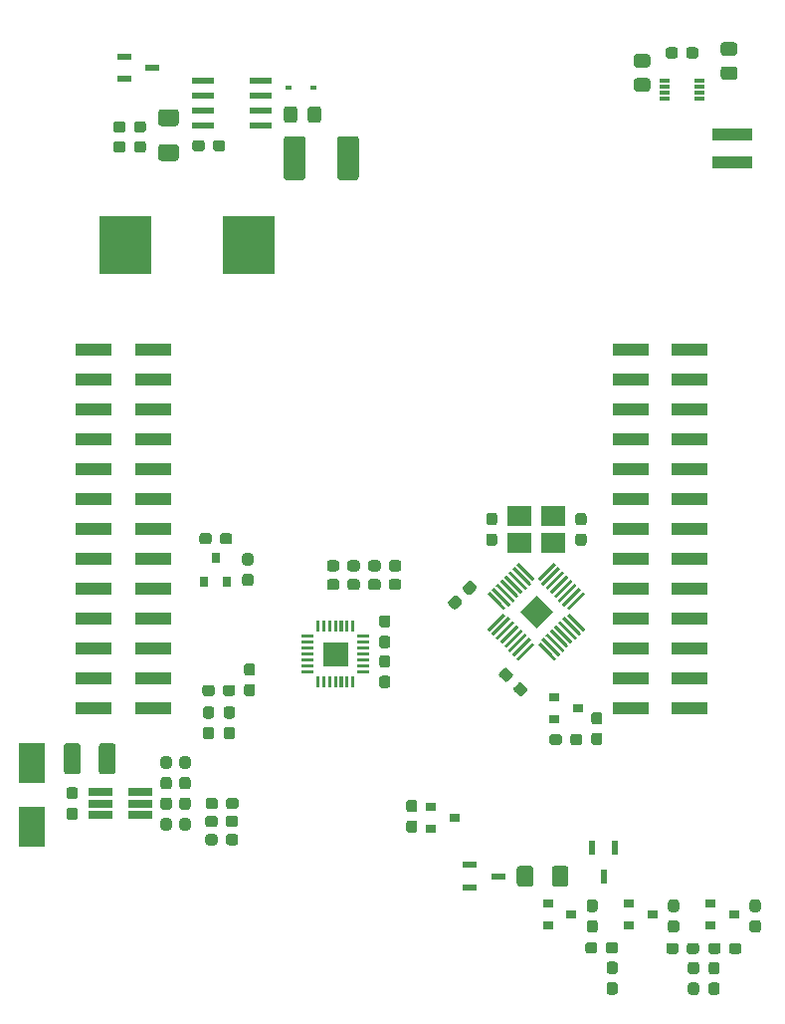
<source format=gbr>
%TF.GenerationSoftware,KiCad,Pcbnew,(5.1.6)-1*%
%TF.CreationDate,2022-04-22T11:55:46+02:00*%
%TF.ProjectId,ZumoComSystem,5a756d6f-436f-46d5-9379-7374656d2e6b,V1.0*%
%TF.SameCoordinates,Original*%
%TF.FileFunction,Paste,Bot*%
%TF.FilePolarity,Positive*%
%FSLAX46Y46*%
G04 Gerber Fmt 4.6, Leading zero omitted, Abs format (unit mm)*
G04 Created by KiCad (PCBNEW (5.1.6)-1) date 2022-04-22 11:55:46*
%MOMM*%
%LPD*%
G01*
G04 APERTURE LIST*
%ADD10C,0.010000*%
%ADD11R,0.812800X0.304800*%
%ADD12R,3.400000X0.980000*%
%ADD13R,1.981200X0.533400*%
%ADD14R,4.500000X5.000000*%
%ADD15R,0.600000X0.450000*%
%ADD16R,2.300000X3.500000*%
%ADD17R,0.900000X0.800000*%
%ADD18R,0.800000X0.900000*%
%ADD19R,2.000000X0.650000*%
%ADD20R,2.100000X1.800000*%
%ADD21R,3.150000X1.000000*%
%ADD22R,1.310000X0.600000*%
%ADD23R,0.600000X1.310000*%
G04 APERTURE END LIST*
D10*
%TO.C,U5*%
G36*
X141200000Y-113600000D02*
G01*
X141200000Y-115600000D01*
X143200000Y-115600000D01*
X143200000Y-113600000D01*
X141200000Y-113600000D01*
G37*
X141200000Y-113600000D02*
X141200000Y-115600000D01*
X143200000Y-115600000D01*
X143200000Y-113600000D01*
X141200000Y-113600000D01*
%TO.C,U3*%
G36*
X160685929Y-111000000D02*
G01*
X159300000Y-109614071D01*
X157914071Y-111000000D01*
X159300000Y-112385929D01*
X160685929Y-111000000D01*
G37*
X160685929Y-111000000D02*
X159300000Y-109614071D01*
X157914071Y-111000000D01*
X159300000Y-112385929D01*
X160685929Y-111000000D01*
%TD*%
D11*
%TO.C,U2*%
X170252200Y-67362000D03*
X170252200Y-66854000D03*
X170252200Y-66346000D03*
X170252200Y-65838000D03*
X173147800Y-65838000D03*
X173147800Y-66346000D03*
X173147800Y-66854000D03*
X173147800Y-67362000D03*
%TD*%
D12*
%TO.C,L1*%
X176000000Y-72785000D03*
X176000000Y-70415000D03*
%TD*%
D13*
%TO.C,U1*%
X135863800Y-69705000D03*
X135863800Y-68435000D03*
X135863800Y-67165000D03*
X135863800Y-65895000D03*
X130936200Y-65895000D03*
X130936200Y-67165000D03*
X130936200Y-68435000D03*
X130936200Y-69705000D03*
%TD*%
%TO.C,R3*%
G36*
G01*
X171350000Y-63262500D02*
X171350000Y-63737500D01*
G75*
G02*
X171112500Y-63975000I-237500J0D01*
G01*
X170537500Y-63975000D01*
G75*
G02*
X170300000Y-63737500I0J237500D01*
G01*
X170300000Y-63262500D01*
G75*
G02*
X170537500Y-63025000I237500J0D01*
G01*
X171112500Y-63025000D01*
G75*
G02*
X171350000Y-63262500I0J-237500D01*
G01*
G37*
G36*
G01*
X173100000Y-63262500D02*
X173100000Y-63737500D01*
G75*
G02*
X172862500Y-63975000I-237500J0D01*
G01*
X172287500Y-63975000D01*
G75*
G02*
X172050000Y-63737500I0J237500D01*
G01*
X172050000Y-63262500D01*
G75*
G02*
X172287500Y-63025000I237500J0D01*
G01*
X172862500Y-63025000D01*
G75*
G02*
X173100000Y-63262500I0J-237500D01*
G01*
G37*
%TD*%
%TO.C,C6*%
G36*
G01*
X176150001Y-63750000D02*
X175249999Y-63750000D01*
G75*
G02*
X175000000Y-63500001I0J249999D01*
G01*
X175000000Y-62849999D01*
G75*
G02*
X175249999Y-62600000I249999J0D01*
G01*
X176150001Y-62600000D01*
G75*
G02*
X176400000Y-62849999I0J-249999D01*
G01*
X176400000Y-63500001D01*
G75*
G02*
X176150001Y-63750000I-249999J0D01*
G01*
G37*
G36*
G01*
X176150001Y-65800000D02*
X175249999Y-65800000D01*
G75*
G02*
X175000000Y-65550001I0J249999D01*
G01*
X175000000Y-64899999D01*
G75*
G02*
X175249999Y-64650000I249999J0D01*
G01*
X176150001Y-64650000D01*
G75*
G02*
X176400000Y-64899999I0J-249999D01*
G01*
X176400000Y-65550001D01*
G75*
G02*
X176150001Y-65800000I-249999J0D01*
G01*
G37*
%TD*%
%TO.C,U5*%
G36*
G01*
X140577800Y-116485000D02*
X140822200Y-116485000D01*
G75*
G02*
X140830000Y-116492800I0J-7800D01*
G01*
X140830000Y-117447200D01*
G75*
G02*
X140822200Y-117455000I-7800J0D01*
G01*
X140577800Y-117455000D01*
G75*
G02*
X140570000Y-117447200I0J7800D01*
G01*
X140570000Y-116492800D01*
G75*
G02*
X140577800Y-116485000I7800J0D01*
G01*
G37*
G36*
G01*
X141077800Y-116485000D02*
X141322200Y-116485000D01*
G75*
G02*
X141330000Y-116492800I0J-7800D01*
G01*
X141330000Y-117447200D01*
G75*
G02*
X141322200Y-117455000I-7800J0D01*
G01*
X141077800Y-117455000D01*
G75*
G02*
X141070000Y-117447200I0J7800D01*
G01*
X141070000Y-116492800D01*
G75*
G02*
X141077800Y-116485000I7800J0D01*
G01*
G37*
G36*
G01*
X141577800Y-116485000D02*
X141822200Y-116485000D01*
G75*
G02*
X141830000Y-116492800I0J-7800D01*
G01*
X141830000Y-117447200D01*
G75*
G02*
X141822200Y-117455000I-7800J0D01*
G01*
X141577800Y-117455000D01*
G75*
G02*
X141570000Y-117447200I0J7800D01*
G01*
X141570000Y-116492800D01*
G75*
G02*
X141577800Y-116485000I7800J0D01*
G01*
G37*
G36*
G01*
X142077800Y-116485000D02*
X142322200Y-116485000D01*
G75*
G02*
X142330000Y-116492800I0J-7800D01*
G01*
X142330000Y-117447200D01*
G75*
G02*
X142322200Y-117455000I-7800J0D01*
G01*
X142077800Y-117455000D01*
G75*
G02*
X142070000Y-117447200I0J7800D01*
G01*
X142070000Y-116492800D01*
G75*
G02*
X142077800Y-116485000I7800J0D01*
G01*
G37*
G36*
G01*
X142577800Y-116485000D02*
X142822200Y-116485000D01*
G75*
G02*
X142830000Y-116492800I0J-7800D01*
G01*
X142830000Y-117447200D01*
G75*
G02*
X142822200Y-117455000I-7800J0D01*
G01*
X142577800Y-117455000D01*
G75*
G02*
X142570000Y-117447200I0J7800D01*
G01*
X142570000Y-116492800D01*
G75*
G02*
X142577800Y-116485000I7800J0D01*
G01*
G37*
G36*
G01*
X143077800Y-116485000D02*
X143322200Y-116485000D01*
G75*
G02*
X143330000Y-116492800I0J-7800D01*
G01*
X143330000Y-117447200D01*
G75*
G02*
X143322200Y-117455000I-7800J0D01*
G01*
X143077800Y-117455000D01*
G75*
G02*
X143070000Y-117447200I0J7800D01*
G01*
X143070000Y-116492800D01*
G75*
G02*
X143077800Y-116485000I7800J0D01*
G01*
G37*
G36*
G01*
X143577800Y-116485000D02*
X143822200Y-116485000D01*
G75*
G02*
X143830000Y-116492800I0J-7800D01*
G01*
X143830000Y-117447200D01*
G75*
G02*
X143822200Y-117455000I-7800J0D01*
G01*
X143577800Y-117455000D01*
G75*
G02*
X143570000Y-117447200I0J7800D01*
G01*
X143570000Y-116492800D01*
G75*
G02*
X143577800Y-116485000I7800J0D01*
G01*
G37*
G36*
G01*
X143577800Y-111745000D02*
X143822200Y-111745000D01*
G75*
G02*
X143830000Y-111752800I0J-7800D01*
G01*
X143830000Y-112707200D01*
G75*
G02*
X143822200Y-112715000I-7800J0D01*
G01*
X143577800Y-112715000D01*
G75*
G02*
X143570000Y-112707200I0J7800D01*
G01*
X143570000Y-111752800D01*
G75*
G02*
X143577800Y-111745000I7800J0D01*
G01*
G37*
G36*
G01*
X143077800Y-111745000D02*
X143322200Y-111745000D01*
G75*
G02*
X143330000Y-111752800I0J-7800D01*
G01*
X143330000Y-112707200D01*
G75*
G02*
X143322200Y-112715000I-7800J0D01*
G01*
X143077800Y-112715000D01*
G75*
G02*
X143070000Y-112707200I0J7800D01*
G01*
X143070000Y-111752800D01*
G75*
G02*
X143077800Y-111745000I7800J0D01*
G01*
G37*
G36*
G01*
X142577800Y-111745000D02*
X142822200Y-111745000D01*
G75*
G02*
X142830000Y-111752800I0J-7800D01*
G01*
X142830000Y-112707200D01*
G75*
G02*
X142822200Y-112715000I-7800J0D01*
G01*
X142577800Y-112715000D01*
G75*
G02*
X142570000Y-112707200I0J7800D01*
G01*
X142570000Y-111752800D01*
G75*
G02*
X142577800Y-111745000I7800J0D01*
G01*
G37*
G36*
G01*
X142077800Y-111745000D02*
X142322200Y-111745000D01*
G75*
G02*
X142330000Y-111752800I0J-7800D01*
G01*
X142330000Y-112707200D01*
G75*
G02*
X142322200Y-112715000I-7800J0D01*
G01*
X142077800Y-112715000D01*
G75*
G02*
X142070000Y-112707200I0J7800D01*
G01*
X142070000Y-111752800D01*
G75*
G02*
X142077800Y-111745000I7800J0D01*
G01*
G37*
G36*
G01*
X141577800Y-111745000D02*
X141822200Y-111745000D01*
G75*
G02*
X141830000Y-111752800I0J-7800D01*
G01*
X141830000Y-112707200D01*
G75*
G02*
X141822200Y-112715000I-7800J0D01*
G01*
X141577800Y-112715000D01*
G75*
G02*
X141570000Y-112707200I0J7800D01*
G01*
X141570000Y-111752800D01*
G75*
G02*
X141577800Y-111745000I7800J0D01*
G01*
G37*
G36*
G01*
X141077800Y-111745000D02*
X141322200Y-111745000D01*
G75*
G02*
X141330000Y-111752800I0J-7800D01*
G01*
X141330000Y-112707200D01*
G75*
G02*
X141322200Y-112715000I-7800J0D01*
G01*
X141077800Y-112715000D01*
G75*
G02*
X141070000Y-112707200I0J7800D01*
G01*
X141070000Y-111752800D01*
G75*
G02*
X141077800Y-111745000I7800J0D01*
G01*
G37*
G36*
G01*
X140577800Y-111745000D02*
X140822200Y-111745000D01*
G75*
G02*
X140830000Y-111752800I0J-7800D01*
G01*
X140830000Y-112707200D01*
G75*
G02*
X140822200Y-112715000I-7800J0D01*
G01*
X140577800Y-112715000D01*
G75*
G02*
X140570000Y-112707200I0J7800D01*
G01*
X140570000Y-111752800D01*
G75*
G02*
X140577800Y-111745000I7800J0D01*
G01*
G37*
G36*
G01*
X140315000Y-112977800D02*
X140315000Y-113222200D01*
G75*
G02*
X140307200Y-113230000I-7800J0D01*
G01*
X139352800Y-113230000D01*
G75*
G02*
X139345000Y-113222200I0J7800D01*
G01*
X139345000Y-112977800D01*
G75*
G02*
X139352800Y-112970000I7800J0D01*
G01*
X140307200Y-112970000D01*
G75*
G02*
X140315000Y-112977800I0J-7800D01*
G01*
G37*
G36*
G01*
X140315000Y-113477800D02*
X140315000Y-113722200D01*
G75*
G02*
X140307200Y-113730000I-7800J0D01*
G01*
X139352800Y-113730000D01*
G75*
G02*
X139345000Y-113722200I0J7800D01*
G01*
X139345000Y-113477800D01*
G75*
G02*
X139352800Y-113470000I7800J0D01*
G01*
X140307200Y-113470000D01*
G75*
G02*
X140315000Y-113477800I0J-7800D01*
G01*
G37*
G36*
G01*
X140315000Y-113977800D02*
X140315000Y-114222200D01*
G75*
G02*
X140307200Y-114230000I-7800J0D01*
G01*
X139352800Y-114230000D01*
G75*
G02*
X139345000Y-114222200I0J7800D01*
G01*
X139345000Y-113977800D01*
G75*
G02*
X139352800Y-113970000I7800J0D01*
G01*
X140307200Y-113970000D01*
G75*
G02*
X140315000Y-113977800I0J-7800D01*
G01*
G37*
G36*
G01*
X140315000Y-114477800D02*
X140315000Y-114722200D01*
G75*
G02*
X140307200Y-114730000I-7800J0D01*
G01*
X139352800Y-114730000D01*
G75*
G02*
X139345000Y-114722200I0J7800D01*
G01*
X139345000Y-114477800D01*
G75*
G02*
X139352800Y-114470000I7800J0D01*
G01*
X140307200Y-114470000D01*
G75*
G02*
X140315000Y-114477800I0J-7800D01*
G01*
G37*
G36*
G01*
X140315000Y-114977800D02*
X140315000Y-115222200D01*
G75*
G02*
X140307200Y-115230000I-7800J0D01*
G01*
X139352800Y-115230000D01*
G75*
G02*
X139345000Y-115222200I0J7800D01*
G01*
X139345000Y-114977800D01*
G75*
G02*
X139352800Y-114970000I7800J0D01*
G01*
X140307200Y-114970000D01*
G75*
G02*
X140315000Y-114977800I0J-7800D01*
G01*
G37*
G36*
G01*
X140315000Y-115477800D02*
X140315000Y-115722200D01*
G75*
G02*
X140307200Y-115730000I-7800J0D01*
G01*
X139352800Y-115730000D01*
G75*
G02*
X139345000Y-115722200I0J7800D01*
G01*
X139345000Y-115477800D01*
G75*
G02*
X139352800Y-115470000I7800J0D01*
G01*
X140307200Y-115470000D01*
G75*
G02*
X140315000Y-115477800I0J-7800D01*
G01*
G37*
G36*
G01*
X140315000Y-115977800D02*
X140315000Y-116222200D01*
G75*
G02*
X140307200Y-116230000I-7800J0D01*
G01*
X139352800Y-116230000D01*
G75*
G02*
X139345000Y-116222200I0J7800D01*
G01*
X139345000Y-115977800D01*
G75*
G02*
X139352800Y-115970000I7800J0D01*
G01*
X140307200Y-115970000D01*
G75*
G02*
X140315000Y-115977800I0J-7800D01*
G01*
G37*
G36*
G01*
X145055000Y-115977800D02*
X145055000Y-116222200D01*
G75*
G02*
X145047200Y-116230000I-7800J0D01*
G01*
X144092800Y-116230000D01*
G75*
G02*
X144085000Y-116222200I0J7800D01*
G01*
X144085000Y-115977800D01*
G75*
G02*
X144092800Y-115970000I7800J0D01*
G01*
X145047200Y-115970000D01*
G75*
G02*
X145055000Y-115977800I0J-7800D01*
G01*
G37*
G36*
G01*
X145055000Y-115477800D02*
X145055000Y-115722200D01*
G75*
G02*
X145047200Y-115730000I-7800J0D01*
G01*
X144092800Y-115730000D01*
G75*
G02*
X144085000Y-115722200I0J7800D01*
G01*
X144085000Y-115477800D01*
G75*
G02*
X144092800Y-115470000I7800J0D01*
G01*
X145047200Y-115470000D01*
G75*
G02*
X145055000Y-115477800I0J-7800D01*
G01*
G37*
G36*
G01*
X145055000Y-114977800D02*
X145055000Y-115222200D01*
G75*
G02*
X145047200Y-115230000I-7800J0D01*
G01*
X144092800Y-115230000D01*
G75*
G02*
X144085000Y-115222200I0J7800D01*
G01*
X144085000Y-114977800D01*
G75*
G02*
X144092800Y-114970000I7800J0D01*
G01*
X145047200Y-114970000D01*
G75*
G02*
X145055000Y-114977800I0J-7800D01*
G01*
G37*
G36*
G01*
X145055000Y-114477800D02*
X145055000Y-114722200D01*
G75*
G02*
X145047200Y-114730000I-7800J0D01*
G01*
X144092800Y-114730000D01*
G75*
G02*
X144085000Y-114722200I0J7800D01*
G01*
X144085000Y-114477800D01*
G75*
G02*
X144092800Y-114470000I7800J0D01*
G01*
X145047200Y-114470000D01*
G75*
G02*
X145055000Y-114477800I0J-7800D01*
G01*
G37*
G36*
G01*
X145055000Y-113977800D02*
X145055000Y-114222200D01*
G75*
G02*
X145047200Y-114230000I-7800J0D01*
G01*
X144092800Y-114230000D01*
G75*
G02*
X144085000Y-114222200I0J7800D01*
G01*
X144085000Y-113977800D01*
G75*
G02*
X144092800Y-113970000I7800J0D01*
G01*
X145047200Y-113970000D01*
G75*
G02*
X145055000Y-113977800I0J-7800D01*
G01*
G37*
G36*
G01*
X145055000Y-113477800D02*
X145055000Y-113722200D01*
G75*
G02*
X145047200Y-113730000I-7800J0D01*
G01*
X144092800Y-113730000D01*
G75*
G02*
X144085000Y-113722200I0J7800D01*
G01*
X144085000Y-113477800D01*
G75*
G02*
X144092800Y-113470000I7800J0D01*
G01*
X145047200Y-113470000D01*
G75*
G02*
X145055000Y-113477800I0J-7800D01*
G01*
G37*
G36*
G01*
X145055000Y-112977800D02*
X145055000Y-113222200D01*
G75*
G02*
X145047200Y-113230000I-7800J0D01*
G01*
X144092800Y-113230000D01*
G75*
G02*
X144085000Y-113222200I0J7800D01*
G01*
X144085000Y-112977800D01*
G75*
G02*
X144092800Y-112970000I7800J0D01*
G01*
X145047200Y-112970000D01*
G75*
G02*
X145055000Y-112977800I0J-7800D01*
G01*
G37*
%TD*%
%TO.C,U3*%
G36*
G01*
X159142244Y-108187907D02*
X158962781Y-108367371D01*
G75*
G02*
X158951325Y-108367371I-5728J5728D01*
G01*
X157619277Y-107035323D01*
G75*
G02*
X157619277Y-107023867I5728J5728D01*
G01*
X157798741Y-106844403D01*
G75*
G02*
X157810197Y-106844403I5728J-5728D01*
G01*
X159142245Y-108176451D01*
G75*
G02*
X159142245Y-108187907I-5728J-5728D01*
G01*
G37*
G36*
G01*
X158859402Y-108612171D02*
X158679938Y-108791635D01*
G75*
G02*
X158668482Y-108791635I-5728J5728D01*
G01*
X157265724Y-107388877D01*
G75*
G02*
X157265724Y-107377421I5728J5728D01*
G01*
X157445188Y-107197957D01*
G75*
G02*
X157456644Y-107197957I5728J-5728D01*
G01*
X158859402Y-108600715D01*
G75*
G02*
X158859402Y-108612171I-5728J-5728D01*
G01*
G37*
G36*
G01*
X158505849Y-108965725D02*
X158326385Y-109145189D01*
G75*
G02*
X158314929Y-109145189I-5728J5728D01*
G01*
X156912171Y-107742431D01*
G75*
G02*
X156912171Y-107730975I5728J5728D01*
G01*
X157091635Y-107551511D01*
G75*
G02*
X157103091Y-107551511I5728J-5728D01*
G01*
X158505849Y-108954269D01*
G75*
G02*
X158505849Y-108965725I-5728J-5728D01*
G01*
G37*
G36*
G01*
X158152295Y-109319278D02*
X157972831Y-109498742D01*
G75*
G02*
X157961375Y-109498742I-5728J5728D01*
G01*
X156558617Y-108095984D01*
G75*
G02*
X156558617Y-108084528I5728J5728D01*
G01*
X156738081Y-107905064D01*
G75*
G02*
X156749537Y-107905064I5728J-5728D01*
G01*
X158152295Y-109307822D01*
G75*
G02*
X158152295Y-109319278I-5728J-5728D01*
G01*
G37*
G36*
G01*
X157798742Y-109672831D02*
X157619278Y-109852295D01*
G75*
G02*
X157607822Y-109852295I-5728J5728D01*
G01*
X156205064Y-108449537D01*
G75*
G02*
X156205064Y-108438081I5728J5728D01*
G01*
X156384528Y-108258617D01*
G75*
G02*
X156395984Y-108258617I5728J-5728D01*
G01*
X157798742Y-109661375D01*
G75*
G02*
X157798742Y-109672831I-5728J-5728D01*
G01*
G37*
G36*
G01*
X157445189Y-110026385D02*
X157265725Y-110205849D01*
G75*
G02*
X157254269Y-110205849I-5728J5728D01*
G01*
X155851511Y-108803091D01*
G75*
G02*
X155851511Y-108791635I5728J5728D01*
G01*
X156030975Y-108612171D01*
G75*
G02*
X156042431Y-108612171I5728J-5728D01*
G01*
X157445189Y-110014929D01*
G75*
G02*
X157445189Y-110026385I-5728J-5728D01*
G01*
G37*
G36*
G01*
X157091635Y-110379938D02*
X156912171Y-110559402D01*
G75*
G02*
X156900715Y-110559402I-5728J5728D01*
G01*
X155497957Y-109156644D01*
G75*
G02*
X155497957Y-109145188I5728J5728D01*
G01*
X155677421Y-108965724D01*
G75*
G02*
X155688877Y-108965724I5728J-5728D01*
G01*
X157091635Y-110368482D01*
G75*
G02*
X157091635Y-110379938I-5728J-5728D01*
G01*
G37*
G36*
G01*
X156667370Y-110662781D02*
X156487907Y-110842245D01*
G75*
G02*
X156476451Y-110842245I-5728J5728D01*
G01*
X155144403Y-109510197D01*
G75*
G02*
X155144403Y-109498741I5728J5728D01*
G01*
X155323867Y-109319277D01*
G75*
G02*
X155335323Y-109319277I5728J-5728D01*
G01*
X156667371Y-110651325D01*
G75*
G02*
X156667371Y-110662781I-5728J-5728D01*
G01*
G37*
G36*
G01*
X160980722Y-114976133D02*
X160801259Y-115155597D01*
G75*
G02*
X160789803Y-115155597I-5728J5728D01*
G01*
X159457755Y-113823549D01*
G75*
G02*
X159457755Y-113812093I5728J5728D01*
G01*
X159637219Y-113632629D01*
G75*
G02*
X159648675Y-113632629I5728J-5728D01*
G01*
X160980723Y-114964677D01*
G75*
G02*
X160980723Y-114976133I-5728J-5728D01*
G01*
G37*
G36*
G01*
X161334276Y-114622579D02*
X161154812Y-114802043D01*
G75*
G02*
X161143356Y-114802043I-5728J5728D01*
G01*
X159740598Y-113399285D01*
G75*
G02*
X159740598Y-113387829I5728J5728D01*
G01*
X159920062Y-113208365D01*
G75*
G02*
X159931518Y-113208365I5728J-5728D01*
G01*
X161334276Y-114611123D01*
G75*
G02*
X161334276Y-114622579I-5728J-5728D01*
G01*
G37*
G36*
G01*
X161687829Y-114269025D02*
X161508365Y-114448489D01*
G75*
G02*
X161496909Y-114448489I-5728J5728D01*
G01*
X160094151Y-113045731D01*
G75*
G02*
X160094151Y-113034275I5728J5728D01*
G01*
X160273615Y-112854811D01*
G75*
G02*
X160285071Y-112854811I5728J-5728D01*
G01*
X161687829Y-114257569D01*
G75*
G02*
X161687829Y-114269025I-5728J-5728D01*
G01*
G37*
G36*
G01*
X162041383Y-113915472D02*
X161861919Y-114094936D01*
G75*
G02*
X161850463Y-114094936I-5728J5728D01*
G01*
X160447705Y-112692178D01*
G75*
G02*
X160447705Y-112680722I5728J5728D01*
G01*
X160627169Y-112501258D01*
G75*
G02*
X160638625Y-112501258I5728J-5728D01*
G01*
X162041383Y-113904016D01*
G75*
G02*
X162041383Y-113915472I-5728J-5728D01*
G01*
G37*
G36*
G01*
X162394936Y-113561919D02*
X162215472Y-113741383D01*
G75*
G02*
X162204016Y-113741383I-5728J5728D01*
G01*
X160801258Y-112338625D01*
G75*
G02*
X160801258Y-112327169I5728J5728D01*
G01*
X160980722Y-112147705D01*
G75*
G02*
X160992178Y-112147705I5728J-5728D01*
G01*
X162394936Y-113550463D01*
G75*
G02*
X162394936Y-113561919I-5728J-5728D01*
G01*
G37*
G36*
G01*
X162748489Y-113208365D02*
X162569025Y-113387829D01*
G75*
G02*
X162557569Y-113387829I-5728J5728D01*
G01*
X161154811Y-111985071D01*
G75*
G02*
X161154811Y-111973615I5728J5728D01*
G01*
X161334275Y-111794151D01*
G75*
G02*
X161345731Y-111794151I5728J-5728D01*
G01*
X162748489Y-113196909D01*
G75*
G02*
X162748489Y-113208365I-5728J-5728D01*
G01*
G37*
G36*
G01*
X163102043Y-112854812D02*
X162922579Y-113034276D01*
G75*
G02*
X162911123Y-113034276I-5728J5728D01*
G01*
X161508365Y-111631518D01*
G75*
G02*
X161508365Y-111620062I5728J5728D01*
G01*
X161687829Y-111440598D01*
G75*
G02*
X161699285Y-111440598I5728J-5728D01*
G01*
X163102043Y-112843356D01*
G75*
G02*
X163102043Y-112854812I-5728J-5728D01*
G01*
G37*
G36*
G01*
X163455596Y-112501259D02*
X163276133Y-112680723D01*
G75*
G02*
X163264677Y-112680723I-5728J5728D01*
G01*
X161932629Y-111348675D01*
G75*
G02*
X161932629Y-111337219I5728J5728D01*
G01*
X162112093Y-111157755D01*
G75*
G02*
X162123549Y-111157755I5728J-5728D01*
G01*
X163455597Y-112489803D01*
G75*
G02*
X163455597Y-112501259I-5728J-5728D01*
G01*
G37*
G36*
G01*
X162112093Y-110842244D02*
X161932629Y-110662781D01*
G75*
G02*
X161932629Y-110651325I5728J5728D01*
G01*
X163264677Y-109319277D01*
G75*
G02*
X163276133Y-109319277I5728J-5728D01*
G01*
X163455597Y-109498741D01*
G75*
G02*
X163455597Y-109510197I-5728J-5728D01*
G01*
X162123549Y-110842245D01*
G75*
G02*
X162112093Y-110842245I-5728J5728D01*
G01*
G37*
G36*
G01*
X161687829Y-110559402D02*
X161508365Y-110379938D01*
G75*
G02*
X161508365Y-110368482I5728J5728D01*
G01*
X162911123Y-108965724D01*
G75*
G02*
X162922579Y-108965724I5728J-5728D01*
G01*
X163102043Y-109145188D01*
G75*
G02*
X163102043Y-109156644I-5728J-5728D01*
G01*
X161699285Y-110559402D01*
G75*
G02*
X161687829Y-110559402I-5728J5728D01*
G01*
G37*
G36*
G01*
X161334275Y-110205849D02*
X161154811Y-110026385D01*
G75*
G02*
X161154811Y-110014929I5728J5728D01*
G01*
X162557569Y-108612171D01*
G75*
G02*
X162569025Y-108612171I5728J-5728D01*
G01*
X162748489Y-108791635D01*
G75*
G02*
X162748489Y-108803091I-5728J-5728D01*
G01*
X161345731Y-110205849D01*
G75*
G02*
X161334275Y-110205849I-5728J5728D01*
G01*
G37*
G36*
G01*
X160980722Y-109852295D02*
X160801258Y-109672831D01*
G75*
G02*
X160801258Y-109661375I5728J5728D01*
G01*
X162204016Y-108258617D01*
G75*
G02*
X162215472Y-108258617I5728J-5728D01*
G01*
X162394936Y-108438081D01*
G75*
G02*
X162394936Y-108449537I-5728J-5728D01*
G01*
X160992178Y-109852295D01*
G75*
G02*
X160980722Y-109852295I-5728J5728D01*
G01*
G37*
G36*
G01*
X160627169Y-109498742D02*
X160447705Y-109319278D01*
G75*
G02*
X160447705Y-109307822I5728J5728D01*
G01*
X161850463Y-107905064D01*
G75*
G02*
X161861919Y-107905064I5728J-5728D01*
G01*
X162041383Y-108084528D01*
G75*
G02*
X162041383Y-108095984I-5728J-5728D01*
G01*
X160638625Y-109498742D01*
G75*
G02*
X160627169Y-109498742I-5728J5728D01*
G01*
G37*
G36*
G01*
X160273615Y-109145189D02*
X160094151Y-108965725D01*
G75*
G02*
X160094151Y-108954269I5728J5728D01*
G01*
X161496909Y-107551511D01*
G75*
G02*
X161508365Y-107551511I5728J-5728D01*
G01*
X161687829Y-107730975D01*
G75*
G02*
X161687829Y-107742431I-5728J-5728D01*
G01*
X160285071Y-109145189D01*
G75*
G02*
X160273615Y-109145189I-5728J5728D01*
G01*
G37*
G36*
G01*
X159920062Y-108791635D02*
X159740598Y-108612171D01*
G75*
G02*
X159740598Y-108600715I5728J5728D01*
G01*
X161143356Y-107197957D01*
G75*
G02*
X161154812Y-107197957I5728J-5728D01*
G01*
X161334276Y-107377421D01*
G75*
G02*
X161334276Y-107388877I-5728J-5728D01*
G01*
X159931518Y-108791635D01*
G75*
G02*
X159920062Y-108791635I-5728J5728D01*
G01*
G37*
G36*
G01*
X159637219Y-108367370D02*
X159457755Y-108187907D01*
G75*
G02*
X159457755Y-108176451I5728J5728D01*
G01*
X160789803Y-106844403D01*
G75*
G02*
X160801259Y-106844403I5728J-5728D01*
G01*
X160980723Y-107023867D01*
G75*
G02*
X160980723Y-107035323I-5728J-5728D01*
G01*
X159648675Y-108367371D01*
G75*
G02*
X159637219Y-108367371I-5728J5728D01*
G01*
G37*
G36*
G01*
X155323867Y-112680722D02*
X155144403Y-112501259D01*
G75*
G02*
X155144403Y-112489803I5728J5728D01*
G01*
X156476451Y-111157755D01*
G75*
G02*
X156487907Y-111157755I5728J-5728D01*
G01*
X156667371Y-111337219D01*
G75*
G02*
X156667371Y-111348675I-5728J-5728D01*
G01*
X155335323Y-112680723D01*
G75*
G02*
X155323867Y-112680723I-5728J5728D01*
G01*
G37*
G36*
G01*
X155677421Y-113034276D02*
X155497957Y-112854812D01*
G75*
G02*
X155497957Y-112843356I5728J5728D01*
G01*
X156900715Y-111440598D01*
G75*
G02*
X156912171Y-111440598I5728J-5728D01*
G01*
X157091635Y-111620062D01*
G75*
G02*
X157091635Y-111631518I-5728J-5728D01*
G01*
X155688877Y-113034276D01*
G75*
G02*
X155677421Y-113034276I-5728J5728D01*
G01*
G37*
G36*
G01*
X156030975Y-113387829D02*
X155851511Y-113208365D01*
G75*
G02*
X155851511Y-113196909I5728J5728D01*
G01*
X157254269Y-111794151D01*
G75*
G02*
X157265725Y-111794151I5728J-5728D01*
G01*
X157445189Y-111973615D01*
G75*
G02*
X157445189Y-111985071I-5728J-5728D01*
G01*
X156042431Y-113387829D01*
G75*
G02*
X156030975Y-113387829I-5728J5728D01*
G01*
G37*
G36*
G01*
X156384528Y-113741383D02*
X156205064Y-113561919D01*
G75*
G02*
X156205064Y-113550463I5728J5728D01*
G01*
X157607822Y-112147705D01*
G75*
G02*
X157619278Y-112147705I5728J-5728D01*
G01*
X157798742Y-112327169D01*
G75*
G02*
X157798742Y-112338625I-5728J-5728D01*
G01*
X156395984Y-113741383D01*
G75*
G02*
X156384528Y-113741383I-5728J5728D01*
G01*
G37*
G36*
G01*
X156738081Y-114094936D02*
X156558617Y-113915472D01*
G75*
G02*
X156558617Y-113904016I5728J5728D01*
G01*
X157961375Y-112501258D01*
G75*
G02*
X157972831Y-112501258I5728J-5728D01*
G01*
X158152295Y-112680722D01*
G75*
G02*
X158152295Y-112692178I-5728J-5728D01*
G01*
X156749537Y-114094936D01*
G75*
G02*
X156738081Y-114094936I-5728J5728D01*
G01*
G37*
G36*
G01*
X157091635Y-114448489D02*
X156912171Y-114269025D01*
G75*
G02*
X156912171Y-114257569I5728J5728D01*
G01*
X158314929Y-112854811D01*
G75*
G02*
X158326385Y-112854811I5728J-5728D01*
G01*
X158505849Y-113034275D01*
G75*
G02*
X158505849Y-113045731I-5728J-5728D01*
G01*
X157103091Y-114448489D01*
G75*
G02*
X157091635Y-114448489I-5728J5728D01*
G01*
G37*
G36*
G01*
X157445188Y-114802043D02*
X157265724Y-114622579D01*
G75*
G02*
X157265724Y-114611123I5728J5728D01*
G01*
X158668482Y-113208365D01*
G75*
G02*
X158679938Y-113208365I5728J-5728D01*
G01*
X158859402Y-113387829D01*
G75*
G02*
X158859402Y-113399285I-5728J-5728D01*
G01*
X157456644Y-114802043D01*
G75*
G02*
X157445188Y-114802043I-5728J5728D01*
G01*
G37*
G36*
G01*
X157798741Y-115155596D02*
X157619277Y-114976133D01*
G75*
G02*
X157619277Y-114964677I5728J5728D01*
G01*
X158951325Y-113632629D01*
G75*
G02*
X158962781Y-113632629I5728J-5728D01*
G01*
X159142245Y-113812093D01*
G75*
G02*
X159142245Y-113823549I-5728J-5728D01*
G01*
X157810197Y-115155597D01*
G75*
G02*
X157798741Y-115155597I-5728J5728D01*
G01*
G37*
%TD*%
D14*
%TO.C,L2*%
X124350000Y-79800000D03*
X134850000Y-79800000D03*
%TD*%
%TO.C,C1*%
G36*
G01*
X127375000Y-71275000D02*
X128625000Y-71275000D01*
G75*
G02*
X128875000Y-71525000I0J-250000D01*
G01*
X128875000Y-72450000D01*
G75*
G02*
X128625000Y-72700000I-250000J0D01*
G01*
X127375000Y-72700000D01*
G75*
G02*
X127125000Y-72450000I0J250000D01*
G01*
X127125000Y-71525000D01*
G75*
G02*
X127375000Y-71275000I250000J0D01*
G01*
G37*
G36*
G01*
X127375000Y-68300000D02*
X128625000Y-68300000D01*
G75*
G02*
X128875000Y-68550000I0J-250000D01*
G01*
X128875000Y-69475000D01*
G75*
G02*
X128625000Y-69725000I-250000J0D01*
G01*
X127375000Y-69725000D01*
G75*
G02*
X127125000Y-69475000I0J250000D01*
G01*
X127125000Y-68550000D01*
G75*
G02*
X127375000Y-68300000I250000J0D01*
G01*
G37*
%TD*%
%TO.C,C2*%
G36*
G01*
X168750001Y-64750000D02*
X167849999Y-64750000D01*
G75*
G02*
X167600000Y-64500001I0J249999D01*
G01*
X167600000Y-63849999D01*
G75*
G02*
X167849999Y-63600000I249999J0D01*
G01*
X168750001Y-63600000D01*
G75*
G02*
X169000000Y-63849999I0J-249999D01*
G01*
X169000000Y-64500001D01*
G75*
G02*
X168750001Y-64750000I-249999J0D01*
G01*
G37*
G36*
G01*
X168750001Y-66800000D02*
X167849999Y-66800000D01*
G75*
G02*
X167600000Y-66550001I0J249999D01*
G01*
X167600000Y-65899999D01*
G75*
G02*
X167849999Y-65650000I249999J0D01*
G01*
X168750001Y-65650000D01*
G75*
G02*
X169000000Y-65899999I0J-249999D01*
G01*
X169000000Y-66550001D01*
G75*
G02*
X168750001Y-66800000I-249999J0D01*
G01*
G37*
%TD*%
%TO.C,C3*%
G36*
G01*
X131775000Y-71637500D02*
X131775000Y-71162500D01*
G75*
G02*
X132012500Y-70925000I237500J0D01*
G01*
X132587500Y-70925000D01*
G75*
G02*
X132825000Y-71162500I0J-237500D01*
G01*
X132825000Y-71637500D01*
G75*
G02*
X132587500Y-71875000I-237500J0D01*
G01*
X132012500Y-71875000D01*
G75*
G02*
X131775000Y-71637500I0J237500D01*
G01*
G37*
G36*
G01*
X130025000Y-71637500D02*
X130025000Y-71162500D01*
G75*
G02*
X130262500Y-70925000I237500J0D01*
G01*
X130837500Y-70925000D01*
G75*
G02*
X131075000Y-71162500I0J-237500D01*
G01*
X131075000Y-71637500D01*
G75*
G02*
X130837500Y-71875000I-237500J0D01*
G01*
X130262500Y-71875000D01*
G75*
G02*
X130025000Y-71637500I0J237500D01*
G01*
G37*
%TD*%
%TO.C,C4*%
G36*
G01*
X139850000Y-69200001D02*
X139850000Y-68299999D01*
G75*
G02*
X140099999Y-68050000I249999J0D01*
G01*
X140750001Y-68050000D01*
G75*
G02*
X141000000Y-68299999I0J-249999D01*
G01*
X141000000Y-69200001D01*
G75*
G02*
X140750001Y-69450000I-249999J0D01*
G01*
X140099999Y-69450000D01*
G75*
G02*
X139850000Y-69200001I0J249999D01*
G01*
G37*
G36*
G01*
X137800000Y-69200001D02*
X137800000Y-68299999D01*
G75*
G02*
X138049999Y-68050000I249999J0D01*
G01*
X138700001Y-68050000D01*
G75*
G02*
X138950000Y-68299999I0J-249999D01*
G01*
X138950000Y-69200001D01*
G75*
G02*
X138700001Y-69450000I-249999J0D01*
G01*
X138049999Y-69450000D01*
G75*
G02*
X137800000Y-69200001I0J249999D01*
G01*
G37*
%TD*%
%TO.C,C9*%
G36*
G01*
X128037500Y-124350000D02*
X127562500Y-124350000D01*
G75*
G02*
X127325000Y-124112500I0J237500D01*
G01*
X127325000Y-123537500D01*
G75*
G02*
X127562500Y-123300000I237500J0D01*
G01*
X128037500Y-123300000D01*
G75*
G02*
X128275000Y-123537500I0J-237500D01*
G01*
X128275000Y-124112500D01*
G75*
G02*
X128037500Y-124350000I-237500J0D01*
G01*
G37*
G36*
G01*
X128037500Y-126100000D02*
X127562500Y-126100000D01*
G75*
G02*
X127325000Y-125862500I0J237500D01*
G01*
X127325000Y-125287500D01*
G75*
G02*
X127562500Y-125050000I237500J0D01*
G01*
X128037500Y-125050000D01*
G75*
G02*
X128275000Y-125287500I0J-237500D01*
G01*
X128275000Y-125862500D01*
G75*
G02*
X128037500Y-126100000I-237500J0D01*
G01*
G37*
%TD*%
%TO.C,C10*%
G36*
G01*
X127562500Y-128550000D02*
X128037500Y-128550000D01*
G75*
G02*
X128275000Y-128787500I0J-237500D01*
G01*
X128275000Y-129362500D01*
G75*
G02*
X128037500Y-129600000I-237500J0D01*
G01*
X127562500Y-129600000D01*
G75*
G02*
X127325000Y-129362500I0J237500D01*
G01*
X127325000Y-128787500D01*
G75*
G02*
X127562500Y-128550000I237500J0D01*
G01*
G37*
G36*
G01*
X127562500Y-126800000D02*
X128037500Y-126800000D01*
G75*
G02*
X128275000Y-127037500I0J-237500D01*
G01*
X128275000Y-127612500D01*
G75*
G02*
X128037500Y-127850000I-237500J0D01*
G01*
X127562500Y-127850000D01*
G75*
G02*
X127325000Y-127612500I0J237500D01*
G01*
X127325000Y-127037500D01*
G75*
G02*
X127562500Y-126800000I237500J0D01*
G01*
G37*
%TD*%
%TO.C,D1*%
G36*
G01*
X142350000Y-74075001D02*
X142350000Y-70824999D01*
G75*
G02*
X142599999Y-70575000I249999J0D01*
G01*
X143950001Y-70575000D01*
G75*
G02*
X144200000Y-70824999I0J-249999D01*
G01*
X144200000Y-74075001D01*
G75*
G02*
X143950001Y-74325000I-249999J0D01*
G01*
X142599999Y-74325000D01*
G75*
G02*
X142350000Y-74075001I0J249999D01*
G01*
G37*
G36*
G01*
X137800000Y-74075001D02*
X137800000Y-70824999D01*
G75*
G02*
X138049999Y-70575000I249999J0D01*
G01*
X139400001Y-70575000D01*
G75*
G02*
X139650000Y-70824999I0J-249999D01*
G01*
X139650000Y-74075001D01*
G75*
G02*
X139400001Y-74325000I-249999J0D01*
G01*
X138049999Y-74325000D01*
G75*
G02*
X137800000Y-74075001I0J249999D01*
G01*
G37*
%TD*%
D15*
%TO.C,D2*%
X138200000Y-66500000D03*
X140300000Y-66500000D03*
%TD*%
D16*
%TO.C,D3*%
X116400000Y-129300000D03*
X116400000Y-123900000D03*
%TD*%
%TO.C,F1*%
G36*
G01*
X122075000Y-124575626D02*
X122075000Y-122424374D01*
G75*
G02*
X122324374Y-122175000I249374J0D01*
G01*
X123250626Y-122175000D01*
G75*
G02*
X123500000Y-122424374I0J-249374D01*
G01*
X123500000Y-124575626D01*
G75*
G02*
X123250626Y-124825000I-249374J0D01*
G01*
X122324374Y-124825000D01*
G75*
G02*
X122075000Y-124575626I0J249374D01*
G01*
G37*
G36*
G01*
X119100000Y-124575626D02*
X119100000Y-122424374D01*
G75*
G02*
X119349374Y-122175000I249374J0D01*
G01*
X120275626Y-122175000D01*
G75*
G02*
X120525000Y-122424374I0J-249374D01*
G01*
X120525000Y-124575626D01*
G75*
G02*
X120275626Y-124825000I-249374J0D01*
G01*
X119349374Y-124825000D01*
G75*
G02*
X119100000Y-124575626I0J249374D01*
G01*
G37*
%TD*%
D17*
%TO.C,Q6*%
X162300000Y-136750000D03*
X160300000Y-135800000D03*
X160300000Y-137700000D03*
%TD*%
%TO.C,Q8*%
X176150000Y-136750000D03*
X174150000Y-135800000D03*
X174150000Y-137700000D03*
%TD*%
%TO.C,Q7*%
X169175000Y-136750000D03*
X167175000Y-135800000D03*
X167175000Y-137700000D03*
%TD*%
D18*
%TO.C,Q9*%
X132000000Y-106425000D03*
X131050000Y-108425000D03*
X132950000Y-108425000D03*
%TD*%
D17*
%TO.C,Q10*%
X162825000Y-119225000D03*
X160825000Y-118275000D03*
X160825000Y-120175000D03*
%TD*%
%TO.C,R7*%
G36*
G01*
X129637500Y-124350000D02*
X129162500Y-124350000D01*
G75*
G02*
X128925000Y-124112500I0J237500D01*
G01*
X128925000Y-123537500D01*
G75*
G02*
X129162500Y-123300000I237500J0D01*
G01*
X129637500Y-123300000D01*
G75*
G02*
X129875000Y-123537500I0J-237500D01*
G01*
X129875000Y-124112500D01*
G75*
G02*
X129637500Y-124350000I-237500J0D01*
G01*
G37*
G36*
G01*
X129637500Y-126100000D02*
X129162500Y-126100000D01*
G75*
G02*
X128925000Y-125862500I0J237500D01*
G01*
X128925000Y-125287500D01*
G75*
G02*
X129162500Y-125050000I237500J0D01*
G01*
X129637500Y-125050000D01*
G75*
G02*
X129875000Y-125287500I0J-237500D01*
G01*
X129875000Y-125862500D01*
G75*
G02*
X129637500Y-126100000I-237500J0D01*
G01*
G37*
%TD*%
%TO.C,R8*%
G36*
G01*
X129637500Y-127850000D02*
X129162500Y-127850000D01*
G75*
G02*
X128925000Y-127612500I0J237500D01*
G01*
X128925000Y-127037500D01*
G75*
G02*
X129162500Y-126800000I237500J0D01*
G01*
X129637500Y-126800000D01*
G75*
G02*
X129875000Y-127037500I0J-237500D01*
G01*
X129875000Y-127612500D01*
G75*
G02*
X129637500Y-127850000I-237500J0D01*
G01*
G37*
G36*
G01*
X129637500Y-129600000D02*
X129162500Y-129600000D01*
G75*
G02*
X128925000Y-129362500I0J237500D01*
G01*
X128925000Y-128787500D01*
G75*
G02*
X129162500Y-128550000I237500J0D01*
G01*
X129637500Y-128550000D01*
G75*
G02*
X129875000Y-128787500I0J-237500D01*
G01*
X129875000Y-129362500D01*
G75*
G02*
X129637500Y-129600000I-237500J0D01*
G01*
G37*
%TD*%
%TO.C,R10*%
G36*
G01*
X119562500Y-127650000D02*
X120037500Y-127650000D01*
G75*
G02*
X120275000Y-127887500I0J-237500D01*
G01*
X120275000Y-128462500D01*
G75*
G02*
X120037500Y-128700000I-237500J0D01*
G01*
X119562500Y-128700000D01*
G75*
G02*
X119325000Y-128462500I0J237500D01*
G01*
X119325000Y-127887500D01*
G75*
G02*
X119562500Y-127650000I237500J0D01*
G01*
G37*
G36*
G01*
X119562500Y-125900000D02*
X120037500Y-125900000D01*
G75*
G02*
X120275000Y-126137500I0J-237500D01*
G01*
X120275000Y-126712500D01*
G75*
G02*
X120037500Y-126950000I-237500J0D01*
G01*
X119562500Y-126950000D01*
G75*
G02*
X119325000Y-126712500I0J237500D01*
G01*
X119325000Y-126137500D01*
G75*
G02*
X119562500Y-125900000I237500J0D01*
G01*
G37*
%TD*%
%TO.C,R16*%
G36*
G01*
X132625000Y-117937500D02*
X132625000Y-117462500D01*
G75*
G02*
X132862500Y-117225000I237500J0D01*
G01*
X133437500Y-117225000D01*
G75*
G02*
X133675000Y-117462500I0J-237500D01*
G01*
X133675000Y-117937500D01*
G75*
G02*
X133437500Y-118175000I-237500J0D01*
G01*
X132862500Y-118175000D01*
G75*
G02*
X132625000Y-117937500I0J237500D01*
G01*
G37*
G36*
G01*
X130875000Y-117937500D02*
X130875000Y-117462500D01*
G75*
G02*
X131112500Y-117225000I237500J0D01*
G01*
X131687500Y-117225000D01*
G75*
G02*
X131925000Y-117462500I0J-237500D01*
G01*
X131925000Y-117937500D01*
G75*
G02*
X131687500Y-118175000I-237500J0D01*
G01*
X131112500Y-118175000D01*
G75*
G02*
X130875000Y-117937500I0J237500D01*
G01*
G37*
%TD*%
%TO.C,R18*%
G36*
G01*
X131637500Y-120100000D02*
X131162500Y-120100000D01*
G75*
G02*
X130925000Y-119862500I0J237500D01*
G01*
X130925000Y-119287500D01*
G75*
G02*
X131162500Y-119050000I237500J0D01*
G01*
X131637500Y-119050000D01*
G75*
G02*
X131875000Y-119287500I0J-237500D01*
G01*
X131875000Y-119862500D01*
G75*
G02*
X131637500Y-120100000I-237500J0D01*
G01*
G37*
G36*
G01*
X131637500Y-121850000D02*
X131162500Y-121850000D01*
G75*
G02*
X130925000Y-121612500I0J237500D01*
G01*
X130925000Y-121037500D01*
G75*
G02*
X131162500Y-120800000I237500J0D01*
G01*
X131637500Y-120800000D01*
G75*
G02*
X131875000Y-121037500I0J-237500D01*
G01*
X131875000Y-121612500D01*
G75*
G02*
X131637500Y-121850000I-237500J0D01*
G01*
G37*
%TD*%
%TO.C,R19*%
G36*
G01*
X132937500Y-120800000D02*
X133412500Y-120800000D01*
G75*
G02*
X133650000Y-121037500I0J-237500D01*
G01*
X133650000Y-121612500D01*
G75*
G02*
X133412500Y-121850000I-237500J0D01*
G01*
X132937500Y-121850000D01*
G75*
G02*
X132700000Y-121612500I0J237500D01*
G01*
X132700000Y-121037500D01*
G75*
G02*
X132937500Y-120800000I237500J0D01*
G01*
G37*
G36*
G01*
X132937500Y-119050000D02*
X133412500Y-119050000D01*
G75*
G02*
X133650000Y-119287500I0J-237500D01*
G01*
X133650000Y-119862500D01*
G75*
G02*
X133412500Y-120100000I-237500J0D01*
G01*
X132937500Y-120100000D01*
G75*
G02*
X132700000Y-119862500I0J237500D01*
G01*
X132700000Y-119287500D01*
G75*
G02*
X132937500Y-119050000I237500J0D01*
G01*
G37*
%TD*%
%TO.C,R20*%
G36*
G01*
X165512500Y-142500000D02*
X165987500Y-142500000D01*
G75*
G02*
X166225000Y-142737500I0J-237500D01*
G01*
X166225000Y-143312500D01*
G75*
G02*
X165987500Y-143550000I-237500J0D01*
G01*
X165512500Y-143550000D01*
G75*
G02*
X165275000Y-143312500I0J237500D01*
G01*
X165275000Y-142737500D01*
G75*
G02*
X165512500Y-142500000I237500J0D01*
G01*
G37*
G36*
G01*
X165512500Y-140750000D02*
X165987500Y-140750000D01*
G75*
G02*
X166225000Y-140987500I0J-237500D01*
G01*
X166225000Y-141562500D01*
G75*
G02*
X165987500Y-141800000I-237500J0D01*
G01*
X165512500Y-141800000D01*
G75*
G02*
X165275000Y-141562500I0J237500D01*
G01*
X165275000Y-140987500D01*
G75*
G02*
X165512500Y-140750000I237500J0D01*
G01*
G37*
%TD*%
%TO.C,R21*%
G36*
G01*
X164500000Y-139337500D02*
X164500000Y-139812500D01*
G75*
G02*
X164262500Y-140050000I-237500J0D01*
G01*
X163687500Y-140050000D01*
G75*
G02*
X163450000Y-139812500I0J237500D01*
G01*
X163450000Y-139337500D01*
G75*
G02*
X163687500Y-139100000I237500J0D01*
G01*
X164262500Y-139100000D01*
G75*
G02*
X164500000Y-139337500I0J-237500D01*
G01*
G37*
G36*
G01*
X166250000Y-139337500D02*
X166250000Y-139812500D01*
G75*
G02*
X166012500Y-140050000I-237500J0D01*
G01*
X165437500Y-140050000D01*
G75*
G02*
X165200000Y-139812500I0J237500D01*
G01*
X165200000Y-139337500D01*
G75*
G02*
X165437500Y-139100000I237500J0D01*
G01*
X166012500Y-139100000D01*
G75*
G02*
X166250000Y-139337500I0J-237500D01*
G01*
G37*
%TD*%
%TO.C,R22*%
G36*
G01*
X164287500Y-136525000D02*
X163812500Y-136525000D01*
G75*
G02*
X163575000Y-136287500I0J237500D01*
G01*
X163575000Y-135712500D01*
G75*
G02*
X163812500Y-135475000I237500J0D01*
G01*
X164287500Y-135475000D01*
G75*
G02*
X164525000Y-135712500I0J-237500D01*
G01*
X164525000Y-136287500D01*
G75*
G02*
X164287500Y-136525000I-237500J0D01*
G01*
G37*
G36*
G01*
X164287500Y-138275000D02*
X163812500Y-138275000D01*
G75*
G02*
X163575000Y-138037500I0J237500D01*
G01*
X163575000Y-137462500D01*
G75*
G02*
X163812500Y-137225000I237500J0D01*
G01*
X164287500Y-137225000D01*
G75*
G02*
X164525000Y-137462500I0J-237500D01*
G01*
X164525000Y-138037500D01*
G75*
G02*
X164287500Y-138275000I-237500J0D01*
G01*
G37*
%TD*%
%TO.C,R26*%
G36*
G01*
X178162500Y-136525000D02*
X177687500Y-136525000D01*
G75*
G02*
X177450000Y-136287500I0J237500D01*
G01*
X177450000Y-135712500D01*
G75*
G02*
X177687500Y-135475000I237500J0D01*
G01*
X178162500Y-135475000D01*
G75*
G02*
X178400000Y-135712500I0J-237500D01*
G01*
X178400000Y-136287500D01*
G75*
G02*
X178162500Y-136525000I-237500J0D01*
G01*
G37*
G36*
G01*
X178162500Y-138275000D02*
X177687500Y-138275000D01*
G75*
G02*
X177450000Y-138037500I0J237500D01*
G01*
X177450000Y-137462500D01*
G75*
G02*
X177687500Y-137225000I237500J0D01*
G01*
X178162500Y-137225000D01*
G75*
G02*
X178400000Y-137462500I0J-237500D01*
G01*
X178400000Y-138037500D01*
G75*
G02*
X178162500Y-138275000I-237500J0D01*
G01*
G37*
%TD*%
%TO.C,R24*%
G36*
G01*
X171212500Y-136525000D02*
X170737500Y-136525000D01*
G75*
G02*
X170500000Y-136287500I0J237500D01*
G01*
X170500000Y-135712500D01*
G75*
G02*
X170737500Y-135475000I237500J0D01*
G01*
X171212500Y-135475000D01*
G75*
G02*
X171450000Y-135712500I0J-237500D01*
G01*
X171450000Y-136287500D01*
G75*
G02*
X171212500Y-136525000I-237500J0D01*
G01*
G37*
G36*
G01*
X171212500Y-138275000D02*
X170737500Y-138275000D01*
G75*
G02*
X170500000Y-138037500I0J237500D01*
G01*
X170500000Y-137462500D01*
G75*
G02*
X170737500Y-137225000I237500J0D01*
G01*
X171212500Y-137225000D01*
G75*
G02*
X171450000Y-137462500I0J-237500D01*
G01*
X171450000Y-138037500D01*
G75*
G02*
X171212500Y-138275000I-237500J0D01*
G01*
G37*
%TD*%
%TO.C,R28*%
G36*
G01*
X132900000Y-127537500D02*
X132900000Y-127062500D01*
G75*
G02*
X133137500Y-126825000I237500J0D01*
G01*
X133712500Y-126825000D01*
G75*
G02*
X133950000Y-127062500I0J-237500D01*
G01*
X133950000Y-127537500D01*
G75*
G02*
X133712500Y-127775000I-237500J0D01*
G01*
X133137500Y-127775000D01*
G75*
G02*
X132900000Y-127537500I0J237500D01*
G01*
G37*
G36*
G01*
X131150000Y-127537500D02*
X131150000Y-127062500D01*
G75*
G02*
X131387500Y-126825000I237500J0D01*
G01*
X131962500Y-126825000D01*
G75*
G02*
X132200000Y-127062500I0J-237500D01*
G01*
X132200000Y-127537500D01*
G75*
G02*
X131962500Y-127775000I-237500J0D01*
G01*
X131387500Y-127775000D01*
G75*
G02*
X131150000Y-127537500I0J237500D01*
G01*
G37*
%TD*%
%TO.C,R29*%
G36*
G01*
X132875000Y-129062500D02*
X132875000Y-128587500D01*
G75*
G02*
X133112500Y-128350000I237500J0D01*
G01*
X133687500Y-128350000D01*
G75*
G02*
X133925000Y-128587500I0J-237500D01*
G01*
X133925000Y-129062500D01*
G75*
G02*
X133687500Y-129300000I-237500J0D01*
G01*
X133112500Y-129300000D01*
G75*
G02*
X132875000Y-129062500I0J237500D01*
G01*
G37*
G36*
G01*
X131125000Y-129062500D02*
X131125000Y-128587500D01*
G75*
G02*
X131362500Y-128350000I237500J0D01*
G01*
X131937500Y-128350000D01*
G75*
G02*
X132175000Y-128587500I0J-237500D01*
G01*
X132175000Y-129062500D01*
G75*
G02*
X131937500Y-129300000I-237500J0D01*
G01*
X131362500Y-129300000D01*
G75*
G02*
X131125000Y-129062500I0J237500D01*
G01*
G37*
%TD*%
%TO.C,R30*%
G36*
G01*
X132875000Y-130612500D02*
X132875000Y-130137500D01*
G75*
G02*
X133112500Y-129900000I237500J0D01*
G01*
X133687500Y-129900000D01*
G75*
G02*
X133925000Y-130137500I0J-237500D01*
G01*
X133925000Y-130612500D01*
G75*
G02*
X133687500Y-130850000I-237500J0D01*
G01*
X133112500Y-130850000D01*
G75*
G02*
X132875000Y-130612500I0J237500D01*
G01*
G37*
G36*
G01*
X131125000Y-130612500D02*
X131125000Y-130137500D01*
G75*
G02*
X131362500Y-129900000I237500J0D01*
G01*
X131937500Y-129900000D01*
G75*
G02*
X132175000Y-130137500I0J-237500D01*
G01*
X132175000Y-130612500D01*
G75*
G02*
X131937500Y-130850000I-237500J0D01*
G01*
X131362500Y-130850000D01*
G75*
G02*
X131125000Y-130612500I0J237500D01*
G01*
G37*
%TD*%
%TO.C,R31*%
G36*
G01*
X172437500Y-142525000D02*
X172912500Y-142525000D01*
G75*
G02*
X173150000Y-142762500I0J-237500D01*
G01*
X173150000Y-143337500D01*
G75*
G02*
X172912500Y-143575000I-237500J0D01*
G01*
X172437500Y-143575000D01*
G75*
G02*
X172200000Y-143337500I0J237500D01*
G01*
X172200000Y-142762500D01*
G75*
G02*
X172437500Y-142525000I237500J0D01*
G01*
G37*
G36*
G01*
X172437500Y-140775000D02*
X172912500Y-140775000D01*
G75*
G02*
X173150000Y-141012500I0J-237500D01*
G01*
X173150000Y-141587500D01*
G75*
G02*
X172912500Y-141825000I-237500J0D01*
G01*
X172437500Y-141825000D01*
G75*
G02*
X172200000Y-141587500I0J237500D01*
G01*
X172200000Y-141012500D01*
G75*
G02*
X172437500Y-140775000I237500J0D01*
G01*
G37*
%TD*%
%TO.C,R32*%
G36*
G01*
X171400000Y-139387500D02*
X171400000Y-139862500D01*
G75*
G02*
X171162500Y-140100000I-237500J0D01*
G01*
X170587500Y-140100000D01*
G75*
G02*
X170350000Y-139862500I0J237500D01*
G01*
X170350000Y-139387500D01*
G75*
G02*
X170587500Y-139150000I237500J0D01*
G01*
X171162500Y-139150000D01*
G75*
G02*
X171400000Y-139387500I0J-237500D01*
G01*
G37*
G36*
G01*
X173150000Y-139387500D02*
X173150000Y-139862500D01*
G75*
G02*
X172912500Y-140100000I-237500J0D01*
G01*
X172337500Y-140100000D01*
G75*
G02*
X172100000Y-139862500I0J237500D01*
G01*
X172100000Y-139387500D01*
G75*
G02*
X172337500Y-139150000I237500J0D01*
G01*
X172912500Y-139150000D01*
G75*
G02*
X173150000Y-139387500I0J-237500D01*
G01*
G37*
%TD*%
%TO.C,R33*%
G36*
G01*
X134512500Y-107775000D02*
X134987500Y-107775000D01*
G75*
G02*
X135225000Y-108012500I0J-237500D01*
G01*
X135225000Y-108587500D01*
G75*
G02*
X134987500Y-108825000I-237500J0D01*
G01*
X134512500Y-108825000D01*
G75*
G02*
X134275000Y-108587500I0J237500D01*
G01*
X134275000Y-108012500D01*
G75*
G02*
X134512500Y-107775000I237500J0D01*
G01*
G37*
G36*
G01*
X134512500Y-106025000D02*
X134987500Y-106025000D01*
G75*
G02*
X135225000Y-106262500I0J-237500D01*
G01*
X135225000Y-106837500D01*
G75*
G02*
X134987500Y-107075000I-237500J0D01*
G01*
X134512500Y-107075000D01*
G75*
G02*
X134275000Y-106837500I0J237500D01*
G01*
X134275000Y-106262500D01*
G75*
G02*
X134512500Y-106025000I237500J0D01*
G01*
G37*
%TD*%
%TO.C,R34*%
G36*
G01*
X131675000Y-104562500D02*
X131675000Y-105037500D01*
G75*
G02*
X131437500Y-105275000I-237500J0D01*
G01*
X130862500Y-105275000D01*
G75*
G02*
X130625000Y-105037500I0J237500D01*
G01*
X130625000Y-104562500D01*
G75*
G02*
X130862500Y-104325000I237500J0D01*
G01*
X131437500Y-104325000D01*
G75*
G02*
X131675000Y-104562500I0J-237500D01*
G01*
G37*
G36*
G01*
X133425000Y-104562500D02*
X133425000Y-105037500D01*
G75*
G02*
X133187500Y-105275000I-237500J0D01*
G01*
X132612500Y-105275000D01*
G75*
G02*
X132375000Y-105037500I0J237500D01*
G01*
X132375000Y-104562500D01*
G75*
G02*
X132612500Y-104325000I237500J0D01*
G01*
X133187500Y-104325000D01*
G75*
G02*
X133425000Y-104562500I0J-237500D01*
G01*
G37*
%TD*%
%TO.C,R35*%
G36*
G01*
X174187500Y-142525000D02*
X174662500Y-142525000D01*
G75*
G02*
X174900000Y-142762500I0J-237500D01*
G01*
X174900000Y-143337500D01*
G75*
G02*
X174662500Y-143575000I-237500J0D01*
G01*
X174187500Y-143575000D01*
G75*
G02*
X173950000Y-143337500I0J237500D01*
G01*
X173950000Y-142762500D01*
G75*
G02*
X174187500Y-142525000I237500J0D01*
G01*
G37*
G36*
G01*
X174187500Y-140775000D02*
X174662500Y-140775000D01*
G75*
G02*
X174900000Y-141012500I0J-237500D01*
G01*
X174900000Y-141587500D01*
G75*
G02*
X174662500Y-141825000I-237500J0D01*
G01*
X174187500Y-141825000D01*
G75*
G02*
X173950000Y-141587500I0J237500D01*
G01*
X173950000Y-141012500D01*
G75*
G02*
X174187500Y-140775000I237500J0D01*
G01*
G37*
%TD*%
%TO.C,R36*%
G36*
G01*
X175700000Y-139862500D02*
X175700000Y-139387500D01*
G75*
G02*
X175937500Y-139150000I237500J0D01*
G01*
X176512500Y-139150000D01*
G75*
G02*
X176750000Y-139387500I0J-237500D01*
G01*
X176750000Y-139862500D01*
G75*
G02*
X176512500Y-140100000I-237500J0D01*
G01*
X175937500Y-140100000D01*
G75*
G02*
X175700000Y-139862500I0J237500D01*
G01*
G37*
G36*
G01*
X173950000Y-139862500D02*
X173950000Y-139387500D01*
G75*
G02*
X174187500Y-139150000I237500J0D01*
G01*
X174762500Y-139150000D01*
G75*
G02*
X175000000Y-139387500I0J-237500D01*
G01*
X175000000Y-139862500D01*
G75*
G02*
X174762500Y-140100000I-237500J0D01*
G01*
X174187500Y-140100000D01*
G75*
G02*
X173950000Y-139862500I0J237500D01*
G01*
G37*
%TD*%
%TO.C,R37*%
G36*
G01*
X161475000Y-121637500D02*
X161475000Y-122112500D01*
G75*
G02*
X161237500Y-122350000I-237500J0D01*
G01*
X160662500Y-122350000D01*
G75*
G02*
X160425000Y-122112500I0J237500D01*
G01*
X160425000Y-121637500D01*
G75*
G02*
X160662500Y-121400000I237500J0D01*
G01*
X161237500Y-121400000D01*
G75*
G02*
X161475000Y-121637500I0J-237500D01*
G01*
G37*
G36*
G01*
X163225000Y-121637500D02*
X163225000Y-122112500D01*
G75*
G02*
X162987500Y-122350000I-237500J0D01*
G01*
X162412500Y-122350000D01*
G75*
G02*
X162175000Y-122112500I0J237500D01*
G01*
X162175000Y-121637500D01*
G75*
G02*
X162412500Y-121400000I237500J0D01*
G01*
X162987500Y-121400000D01*
G75*
G02*
X163225000Y-121637500I0J-237500D01*
G01*
G37*
%TD*%
%TO.C,R38*%
G36*
G01*
X164687500Y-120600000D02*
X164212500Y-120600000D01*
G75*
G02*
X163975000Y-120362500I0J237500D01*
G01*
X163975000Y-119787500D01*
G75*
G02*
X164212500Y-119550000I237500J0D01*
G01*
X164687500Y-119550000D01*
G75*
G02*
X164925000Y-119787500I0J-237500D01*
G01*
X164925000Y-120362500D01*
G75*
G02*
X164687500Y-120600000I-237500J0D01*
G01*
G37*
G36*
G01*
X164687500Y-122350000D02*
X164212500Y-122350000D01*
G75*
G02*
X163975000Y-122112500I0J237500D01*
G01*
X163975000Y-121537500D01*
G75*
G02*
X164212500Y-121300000I237500J0D01*
G01*
X164687500Y-121300000D01*
G75*
G02*
X164925000Y-121537500I0J-237500D01*
G01*
X164925000Y-122112500D01*
G75*
G02*
X164687500Y-122350000I-237500J0D01*
G01*
G37*
%TD*%
D19*
%TO.C,U4*%
X125610000Y-128250000D03*
X125610000Y-127300000D03*
X125610000Y-126350000D03*
X122190000Y-126350000D03*
X122190000Y-127300000D03*
X122190000Y-128250000D03*
%TD*%
%TO.C,C11*%
G36*
G01*
X146750000Y-107337500D02*
X146750000Y-106862500D01*
G75*
G02*
X146987500Y-106625000I237500J0D01*
G01*
X147562500Y-106625000D01*
G75*
G02*
X147800000Y-106862500I0J-237500D01*
G01*
X147800000Y-107337500D01*
G75*
G02*
X147562500Y-107575000I-237500J0D01*
G01*
X146987500Y-107575000D01*
G75*
G02*
X146750000Y-107337500I0J237500D01*
G01*
G37*
G36*
G01*
X145000000Y-107337500D02*
X145000000Y-106862500D01*
G75*
G02*
X145237500Y-106625000I237500J0D01*
G01*
X145812500Y-106625000D01*
G75*
G02*
X146050000Y-106862500I0J-237500D01*
G01*
X146050000Y-107337500D01*
G75*
G02*
X145812500Y-107575000I-237500J0D01*
G01*
X145237500Y-107575000D01*
G75*
G02*
X145000000Y-107337500I0J237500D01*
G01*
G37*
%TD*%
%TO.C,C12*%
G36*
G01*
X146750000Y-108937500D02*
X146750000Y-108462500D01*
G75*
G02*
X146987500Y-108225000I237500J0D01*
G01*
X147562500Y-108225000D01*
G75*
G02*
X147800000Y-108462500I0J-237500D01*
G01*
X147800000Y-108937500D01*
G75*
G02*
X147562500Y-109175000I-237500J0D01*
G01*
X146987500Y-109175000D01*
G75*
G02*
X146750000Y-108937500I0J237500D01*
G01*
G37*
G36*
G01*
X145000000Y-108937500D02*
X145000000Y-108462500D01*
G75*
G02*
X145237500Y-108225000I237500J0D01*
G01*
X145812500Y-108225000D01*
G75*
G02*
X146050000Y-108462500I0J-237500D01*
G01*
X146050000Y-108937500D01*
G75*
G02*
X145812500Y-109175000I-237500J0D01*
G01*
X145237500Y-109175000D01*
G75*
G02*
X145000000Y-108937500I0J237500D01*
G01*
G37*
%TD*%
%TO.C,C13*%
G36*
G01*
X143225000Y-108937500D02*
X143225000Y-108462500D01*
G75*
G02*
X143462500Y-108225000I237500J0D01*
G01*
X144037500Y-108225000D01*
G75*
G02*
X144275000Y-108462500I0J-237500D01*
G01*
X144275000Y-108937500D01*
G75*
G02*
X144037500Y-109175000I-237500J0D01*
G01*
X143462500Y-109175000D01*
G75*
G02*
X143225000Y-108937500I0J237500D01*
G01*
G37*
G36*
G01*
X141475000Y-108937500D02*
X141475000Y-108462500D01*
G75*
G02*
X141712500Y-108225000I237500J0D01*
G01*
X142287500Y-108225000D01*
G75*
G02*
X142525000Y-108462500I0J-237500D01*
G01*
X142525000Y-108937500D01*
G75*
G02*
X142287500Y-109175000I-237500J0D01*
G01*
X141712500Y-109175000D01*
G75*
G02*
X141475000Y-108937500I0J237500D01*
G01*
G37*
%TD*%
%TO.C,C14*%
G36*
G01*
X143225000Y-107337500D02*
X143225000Y-106862500D01*
G75*
G02*
X143462500Y-106625000I237500J0D01*
G01*
X144037500Y-106625000D01*
G75*
G02*
X144275000Y-106862500I0J-237500D01*
G01*
X144275000Y-107337500D01*
G75*
G02*
X144037500Y-107575000I-237500J0D01*
G01*
X143462500Y-107575000D01*
G75*
G02*
X143225000Y-107337500I0J237500D01*
G01*
G37*
G36*
G01*
X141475000Y-107337500D02*
X141475000Y-106862500D01*
G75*
G02*
X141712500Y-106625000I237500J0D01*
G01*
X142287500Y-106625000D01*
G75*
G02*
X142525000Y-106862500I0J-237500D01*
G01*
X142525000Y-107337500D01*
G75*
G02*
X142287500Y-107575000I-237500J0D01*
G01*
X141712500Y-107575000D01*
G75*
G02*
X141475000Y-107337500I0J237500D01*
G01*
G37*
%TD*%
%TO.C,R13*%
G36*
G01*
X146637500Y-112350000D02*
X146162500Y-112350000D01*
G75*
G02*
X145925000Y-112112500I0J237500D01*
G01*
X145925000Y-111537500D01*
G75*
G02*
X146162500Y-111300000I237500J0D01*
G01*
X146637500Y-111300000D01*
G75*
G02*
X146875000Y-111537500I0J-237500D01*
G01*
X146875000Y-112112500D01*
G75*
G02*
X146637500Y-112350000I-237500J0D01*
G01*
G37*
G36*
G01*
X146637500Y-114100000D02*
X146162500Y-114100000D01*
G75*
G02*
X145925000Y-113862500I0J237500D01*
G01*
X145925000Y-113287500D01*
G75*
G02*
X146162500Y-113050000I237500J0D01*
G01*
X146637500Y-113050000D01*
G75*
G02*
X146875000Y-113287500I0J-237500D01*
G01*
X146875000Y-113862500D01*
G75*
G02*
X146637500Y-114100000I-237500J0D01*
G01*
G37*
%TD*%
%TO.C,R14*%
G36*
G01*
X146162500Y-116450000D02*
X146637500Y-116450000D01*
G75*
G02*
X146875000Y-116687500I0J-237500D01*
G01*
X146875000Y-117262500D01*
G75*
G02*
X146637500Y-117500000I-237500J0D01*
G01*
X146162500Y-117500000D01*
G75*
G02*
X145925000Y-117262500I0J237500D01*
G01*
X145925000Y-116687500D01*
G75*
G02*
X146162500Y-116450000I237500J0D01*
G01*
G37*
G36*
G01*
X146162500Y-114700000D02*
X146637500Y-114700000D01*
G75*
G02*
X146875000Y-114937500I0J-237500D01*
G01*
X146875000Y-115512500D01*
G75*
G02*
X146637500Y-115750000I-237500J0D01*
G01*
X146162500Y-115750000D01*
G75*
G02*
X145925000Y-115512500I0J237500D01*
G01*
X145925000Y-114937500D01*
G75*
G02*
X146162500Y-114700000I237500J0D01*
G01*
G37*
%TD*%
D20*
%TO.C,Y1*%
X160750000Y-105150000D03*
X157850000Y-105150000D03*
X157850000Y-102850000D03*
X160750000Y-102850000D03*
%TD*%
D21*
%TO.C,J4*%
X126700000Y-91250000D03*
X126700000Y-96330000D03*
X126700000Y-98870000D03*
X126700000Y-93790000D03*
X121650000Y-91250000D03*
X126700000Y-101410000D03*
X126700000Y-88710000D03*
X126700000Y-106490000D03*
X121650000Y-111570000D03*
X126700000Y-111570000D03*
X121650000Y-106490000D03*
X121650000Y-109030000D03*
X121650000Y-116650000D03*
X126700000Y-116650000D03*
X121650000Y-119190000D03*
X126700000Y-119190000D03*
X126700000Y-109030000D03*
X121650000Y-96330000D03*
X121650000Y-103950000D03*
X121650000Y-88710000D03*
X121650000Y-101410000D03*
X121650000Y-93790000D03*
X121650000Y-114110000D03*
X126700000Y-114110000D03*
X126700000Y-103950000D03*
X121650000Y-98870000D03*
%TD*%
%TO.C,J6*%
X172350000Y-91260000D03*
X172350000Y-96340000D03*
X172350000Y-98880000D03*
X172350000Y-93800000D03*
X167300000Y-91260000D03*
X172350000Y-101420000D03*
X172350000Y-88720000D03*
X172350000Y-106500000D03*
X167300000Y-111580000D03*
X172350000Y-111580000D03*
X167300000Y-106500000D03*
X167300000Y-109040000D03*
X167300000Y-116660000D03*
X172350000Y-116660000D03*
X167300000Y-119200000D03*
X172350000Y-119200000D03*
X172350000Y-109040000D03*
X167300000Y-96340000D03*
X167300000Y-103960000D03*
X167300000Y-88720000D03*
X167300000Y-101420000D03*
X167300000Y-93800000D03*
X167300000Y-114120000D03*
X172350000Y-114120000D03*
X172350000Y-103960000D03*
X167300000Y-98880000D03*
%TD*%
%TO.C,R1*%
G36*
G01*
X125050000Y-71737500D02*
X125050000Y-71262500D01*
G75*
G02*
X125287500Y-71025000I237500J0D01*
G01*
X125862500Y-71025000D01*
G75*
G02*
X126100000Y-71262500I0J-237500D01*
G01*
X126100000Y-71737500D01*
G75*
G02*
X125862500Y-71975000I-237500J0D01*
G01*
X125287500Y-71975000D01*
G75*
G02*
X125050000Y-71737500I0J237500D01*
G01*
G37*
G36*
G01*
X123300000Y-71737500D02*
X123300000Y-71262500D01*
G75*
G02*
X123537500Y-71025000I237500J0D01*
G01*
X124112500Y-71025000D01*
G75*
G02*
X124350000Y-71262500I0J-237500D01*
G01*
X124350000Y-71737500D01*
G75*
G02*
X124112500Y-71975000I-237500J0D01*
G01*
X123537500Y-71975000D01*
G75*
G02*
X123300000Y-71737500I0J237500D01*
G01*
G37*
%TD*%
%TO.C,R2*%
G36*
G01*
X126100000Y-69562500D02*
X126100000Y-70037500D01*
G75*
G02*
X125862500Y-70275000I-237500J0D01*
G01*
X125287500Y-70275000D01*
G75*
G02*
X125050000Y-70037500I0J237500D01*
G01*
X125050000Y-69562500D01*
G75*
G02*
X125287500Y-69325000I237500J0D01*
G01*
X125862500Y-69325000D01*
G75*
G02*
X126100000Y-69562500I0J-237500D01*
G01*
G37*
G36*
G01*
X124350000Y-69562500D02*
X124350000Y-70037500D01*
G75*
G02*
X124112500Y-70275000I-237500J0D01*
G01*
X123537500Y-70275000D01*
G75*
G02*
X123300000Y-70037500I0J237500D01*
G01*
X123300000Y-69562500D01*
G75*
G02*
X123537500Y-69325000I237500J0D01*
G01*
X124112500Y-69325000D01*
G75*
G02*
X124350000Y-69562500I0J-237500D01*
G01*
G37*
%TD*%
%TO.C,C7*%
G36*
G01*
X163337500Y-105400000D02*
X162862500Y-105400000D01*
G75*
G02*
X162625000Y-105162500I0J237500D01*
G01*
X162625000Y-104587500D01*
G75*
G02*
X162862500Y-104350000I237500J0D01*
G01*
X163337500Y-104350000D01*
G75*
G02*
X163575000Y-104587500I0J-237500D01*
G01*
X163575000Y-105162500D01*
G75*
G02*
X163337500Y-105400000I-237500J0D01*
G01*
G37*
G36*
G01*
X163337500Y-103650000D02*
X162862500Y-103650000D01*
G75*
G02*
X162625000Y-103412500I0J237500D01*
G01*
X162625000Y-102837500D01*
G75*
G02*
X162862500Y-102600000I237500J0D01*
G01*
X163337500Y-102600000D01*
G75*
G02*
X163575000Y-102837500I0J-237500D01*
G01*
X163575000Y-103412500D01*
G75*
G02*
X163337500Y-103650000I-237500J0D01*
G01*
G37*
%TD*%
%TO.C,R9*%
G36*
G01*
X160610000Y-134115000D02*
X160610000Y-132865000D01*
G75*
G02*
X160860000Y-132615000I250000J0D01*
G01*
X161785000Y-132615000D01*
G75*
G02*
X162035000Y-132865000I0J-250000D01*
G01*
X162035000Y-134115000D01*
G75*
G02*
X161785000Y-134365000I-250000J0D01*
G01*
X160860000Y-134365000D01*
G75*
G02*
X160610000Y-134115000I0J250000D01*
G01*
G37*
G36*
G01*
X157635000Y-134115000D02*
X157635000Y-132865000D01*
G75*
G02*
X157885000Y-132615000I250000J0D01*
G01*
X158810000Y-132615000D01*
G75*
G02*
X159060000Y-132865000I0J-250000D01*
G01*
X159060000Y-134115000D01*
G75*
G02*
X158810000Y-134365000I-250000J0D01*
G01*
X157885000Y-134365000D01*
G75*
G02*
X157635000Y-134115000I0J250000D01*
G01*
G37*
%TD*%
D22*
%TO.C,Q3*%
X156065000Y-133490000D03*
X153655000Y-132540000D03*
X153655000Y-134440000D03*
%TD*%
D23*
%TO.C,Q2*%
X165025000Y-133505000D03*
X165975000Y-131095000D03*
X164075000Y-131095000D03*
%TD*%
%TO.C,C15*%
G36*
G01*
X135137500Y-116450000D02*
X134662500Y-116450000D01*
G75*
G02*
X134425000Y-116212500I0J237500D01*
G01*
X134425000Y-115637500D01*
G75*
G02*
X134662500Y-115400000I237500J0D01*
G01*
X135137500Y-115400000D01*
G75*
G02*
X135375000Y-115637500I0J-237500D01*
G01*
X135375000Y-116212500D01*
G75*
G02*
X135137500Y-116450000I-237500J0D01*
G01*
G37*
G36*
G01*
X135137500Y-118200000D02*
X134662500Y-118200000D01*
G75*
G02*
X134425000Y-117962500I0J237500D01*
G01*
X134425000Y-117387500D01*
G75*
G02*
X134662500Y-117150000I237500J0D01*
G01*
X135137500Y-117150000D01*
G75*
G02*
X135375000Y-117387500I0J-237500D01*
G01*
X135375000Y-117962500D01*
G75*
G02*
X135137500Y-118200000I-237500J0D01*
G01*
G37*
%TD*%
%TO.C,R11*%
G36*
G01*
X148937500Y-128050000D02*
X148462500Y-128050000D01*
G75*
G02*
X148225000Y-127812500I0J237500D01*
G01*
X148225000Y-127237500D01*
G75*
G02*
X148462500Y-127000000I237500J0D01*
G01*
X148937500Y-127000000D01*
G75*
G02*
X149175000Y-127237500I0J-237500D01*
G01*
X149175000Y-127812500D01*
G75*
G02*
X148937500Y-128050000I-237500J0D01*
G01*
G37*
G36*
G01*
X148937500Y-129800000D02*
X148462500Y-129800000D01*
G75*
G02*
X148225000Y-129562500I0J237500D01*
G01*
X148225000Y-128987500D01*
G75*
G02*
X148462500Y-128750000I237500J0D01*
G01*
X148937500Y-128750000D01*
G75*
G02*
X149175000Y-128987500I0J-237500D01*
G01*
X149175000Y-129562500D01*
G75*
G02*
X148937500Y-129800000I-237500J0D01*
G01*
G37*
%TD*%
D17*
%TO.C,Q4*%
X152330000Y-128520000D03*
X150330000Y-127570000D03*
X150330000Y-129470000D03*
%TD*%
%TO.C,C8*%
G36*
G01*
X155262500Y-102600000D02*
X155737500Y-102600000D01*
G75*
G02*
X155975000Y-102837500I0J-237500D01*
G01*
X155975000Y-103412500D01*
G75*
G02*
X155737500Y-103650000I-237500J0D01*
G01*
X155262500Y-103650000D01*
G75*
G02*
X155025000Y-103412500I0J237500D01*
G01*
X155025000Y-102837500D01*
G75*
G02*
X155262500Y-102600000I237500J0D01*
G01*
G37*
G36*
G01*
X155262500Y-104350000D02*
X155737500Y-104350000D01*
G75*
G02*
X155975000Y-104587500I0J-237500D01*
G01*
X155975000Y-105162500D01*
G75*
G02*
X155737500Y-105400000I-237500J0D01*
G01*
X155262500Y-105400000D01*
G75*
G02*
X155025000Y-105162500I0J237500D01*
G01*
X155025000Y-104587500D01*
G75*
G02*
X155262500Y-104350000I237500J0D01*
G01*
G37*
%TD*%
D22*
%TO.C,Q1*%
X126655000Y-64770000D03*
X124245000Y-63820000D03*
X124245000Y-65720000D03*
%TD*%
%TO.C,R6*%
G36*
G01*
X153415425Y-109520451D02*
X153079549Y-109184575D01*
G75*
G02*
X153079549Y-108848699I167938J167938D01*
G01*
X153486135Y-108442113D01*
G75*
G02*
X153822011Y-108442113I167938J-167938D01*
G01*
X154157887Y-108777989D01*
G75*
G02*
X154157887Y-109113865I-167938J-167938D01*
G01*
X153751301Y-109520451D01*
G75*
G02*
X153415425Y-109520451I-167938J167938D01*
G01*
G37*
G36*
G01*
X152177989Y-110757887D02*
X151842113Y-110422011D01*
G75*
G02*
X151842113Y-110086135I167938J167938D01*
G01*
X152248699Y-109679549D01*
G75*
G02*
X152584575Y-109679549I167938J-167938D01*
G01*
X152920451Y-110015425D01*
G75*
G02*
X152920451Y-110351301I-167938J-167938D01*
G01*
X152513865Y-110757887D01*
G75*
G02*
X152177989Y-110757887I-167938J167938D01*
G01*
G37*
%TD*%
%TO.C,R4*%
G36*
G01*
X157409549Y-117405425D02*
X157745425Y-117069549D01*
G75*
G02*
X158081301Y-117069549I167938J-167938D01*
G01*
X158487887Y-117476135D01*
G75*
G02*
X158487887Y-117812011I-167938J-167938D01*
G01*
X158152011Y-118147887D01*
G75*
G02*
X157816135Y-118147887I-167938J167938D01*
G01*
X157409549Y-117741301D01*
G75*
G02*
X157409549Y-117405425I167938J167938D01*
G01*
G37*
G36*
G01*
X156172113Y-116167989D02*
X156507989Y-115832113D01*
G75*
G02*
X156843865Y-115832113I167938J-167938D01*
G01*
X157250451Y-116238699D01*
G75*
G02*
X157250451Y-116574575I-167938J-167938D01*
G01*
X156914575Y-116910451D01*
G75*
G02*
X156578699Y-116910451I-167938J167938D01*
G01*
X156172113Y-116503865D01*
G75*
G02*
X156172113Y-116167989I167938J167938D01*
G01*
G37*
%TD*%
M02*

</source>
